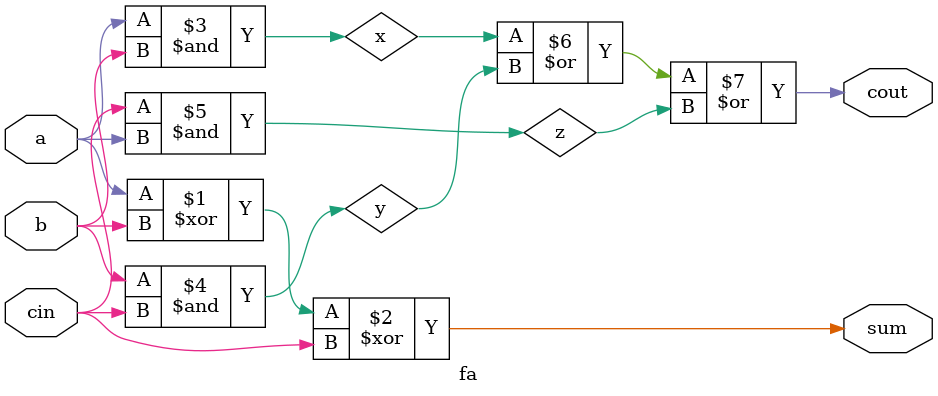
<source format=v>
module fa(input a, b, cin, output cout,sum);
wire x,y,z;
xor g1(sum, a, b, cin);
and g2(x, a, b);
and g3(y, b, cin);
and g4(z, cin, a);
or g5(cout ,x,y,z);
endmodule

</source>
